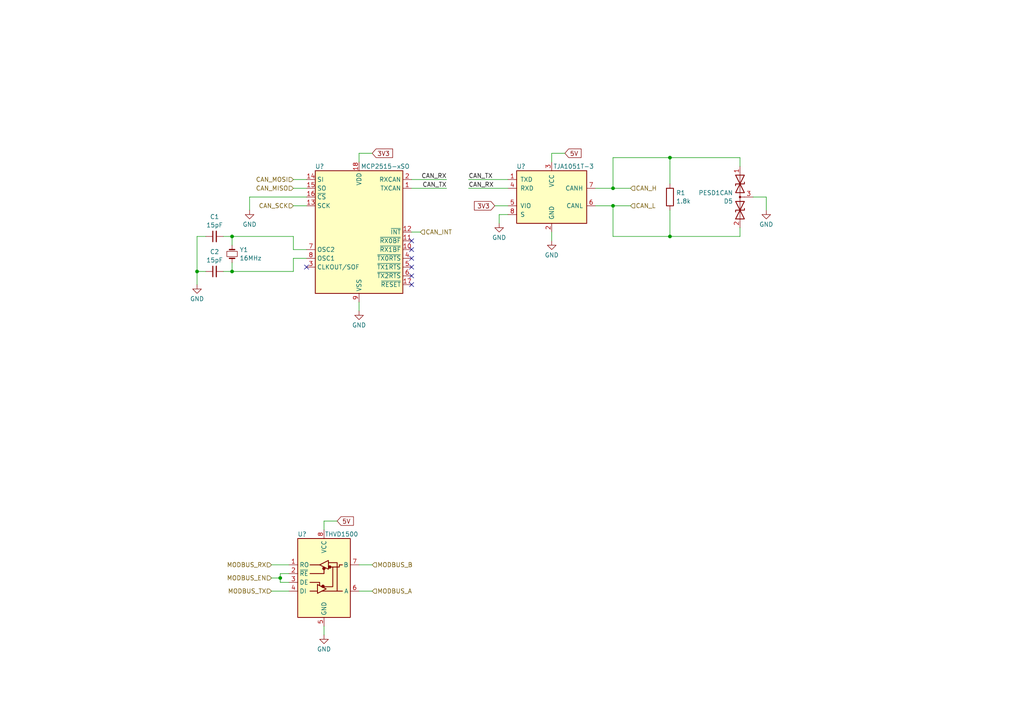
<source format=kicad_sch>
(kicad_sch (version 20230121) (generator eeschema)
  (paper "A4")
  (lib_symbols
    (symbol "Device:C_Small" (pin_numbers hide) (pin_names (offset 0.254) hide)
      (property "Reference" "C" (at 0.254 1.778 0))
      (property "Value" "C_Small" (at 0.254 -2.032 0))
      (symbol "C_Small_0_1"
        (polyline (pts (xy -1.524 -0.508) (xy 1.524 -0.508)) (stroke (width 0.3302)))
        (polyline (pts (xy -1.524 0.508) (xy 1.524 0.508)) (stroke (width 0.3048)))
      )
      (symbol "C_Small_1_1"
        (pin passive line (at 0 2.54 270) (length 2.032) (name "~") (number "1"))
        (pin passive line (at 0 -2.54 90) (length 2.032) (name "~") (number "2"))
      )
    )
    (symbol "Device:Crystal_Small" (pin_numbers hide) (pin_names (offset 1.016) hide)
      (property "Reference" "Y" (at 0 2.54 0))
      (property "Value" "Crystal_Small" (at 0 -2.54 0))
      (symbol "Crystal_Small_0_1"
        (rectangle (start -0.762 -1.524) (end 0.762 1.524))
        (polyline (pts (xy -1.27 -0.762) (xy -1.27 0.762)) (stroke (width 0.381)))
        (polyline (pts (xy 1.27 -0.762) (xy 1.27 0.762)) (stroke (width 0.381)))
      )
      (symbol "Crystal_Small_1_1"
        (pin passive line (at -2.54 0 0) (length 1.27) (name "1") (number "1"))
        (pin passive line (at 2.54 0 180) (length 1.27) (name "2") (number "2"))
      )
    )
    (symbol "Device:D_TVS_Dual_AAC" (pin_names (offset 1.016) hide)
      (property "Reference" "D" (at 0 4.445 0))
      (property "Value" "D_TVS_Dual_AAC" (at 0 2.54 0))
      (symbol "D_TVS_Dual_AAC_0_0"
        (polyline (pts (xy 0 -1.27) (xy 0 0)))
      )
      (symbol "D_TVS_Dual_AAC_0_1"
        (polyline (pts (xy -6.35 0) (xy 6.35 0)))
        (polyline (pts (xy -3.302 1.27) (xy -3.81 1.27) (xy -3.81 -1.27) (xy -4.318 -1.27)) (stroke (width 0.254)))
        (polyline (pts (xy 4.318 1.27) (xy 3.81 1.27) (xy 3.81 -1.27) (xy 3.302 -1.27)) (stroke (width 0.254)))
        (polyline (pts (xy -6.35 1.27) (xy -1.27 -1.27) (xy -1.27 1.27) (xy -6.35 -1.27) (xy -6.35 1.27)) (stroke (width 0.254)))
        (polyline (pts (xy 6.35 1.27) (xy 1.27 -1.27) (xy 1.27 1.27) (xy 6.35 -1.27) (xy 6.35 1.27)) (stroke (width 0.254)))
        (circle (center 0 0) (radius 0.254) (fill (type outline)))
      )
      (symbol "D_TVS_Dual_AAC_1_1"
        (pin passive line (at -8.89 0 0) (length 2.54) (name "A1") (number "1"))
        (pin passive line (at 8.89 0 180) (length 2.54) (name "A2") (number "2"))
        (pin input line (at 0 -3.81 90) (length 2.54) (name "common") (number "3"))
      )
    )
    (symbol "Device:R" (pin_numbers hide) (pin_names (offset 0))
      (property "Reference" "R" (at 2.032 0 90))
      (property "Value" "R" (at 0 0 90))
      (symbol "R_0_1"
        (rectangle (start -1.016 -2.54) (end 1.016 2.54) (stroke (width 0.254)))
      )
      (symbol "R_1_1"
        (pin passive line (at 0 3.81 270) (length 1.27) (name "~") (number "1"))
        (pin passive line (at 0 -3.81 90) (length 1.27) (name "~") (number "2"))
      )
    )
    (symbol "Interface_CAN_LIN:MCP2515-xSO"
      (property "Reference" "U" (at -10.16 19.685 0))
      (property "Value" "MCP2515-xSO" (at 19.05 20.32 0))
      (symbol "MCP2515-xSO_0_1"
        (rectangle (start -12.7 17.78) (end 12.7 -17.78) (stroke (width 0.254)) (fill (type background)))
      )
      (symbol "MCP2515-xSO_1_1"
        (pin output line (at 15.24 12.7 180) (length 2.54) (name "TXCAN") (number "1"))
        (pin output line (at 15.24 -5.08 180) (length 2.54) (name "~{RX1BF}") (number "10"))
        (pin output line (at 15.24 -2.54 180) (length 2.54) (name "~{RX0BF}") (number "11"))
        (pin output line (at 15.24 0 180) (length 2.54) (name "~{INT}") (number "12"))
        (pin input line (at -15.24 7.62 0) (length 2.54) (name "SCK") (number "13"))
        (pin input line (at -15.24 15.24 0) (length 2.54) (name "SI") (number "14"))
        (pin output line (at -15.24 12.7 0) (length 2.54) (name "SO") (number "15"))
        (pin input line (at -15.24 10.16 0) (length 2.54) (name "~{CS}") (number "16"))
        (pin input line (at 15.24 -15.24 180) (length 2.54) (name "~{RESET}") (number "17"))
        (pin power_in line (at 0 20.32 270) (length 2.54) (name "VDD") (number "18"))
        (pin input line (at 15.24 15.24 180) (length 2.54) (name "RXCAN") (number "2"))
        (pin output line (at -15.24 -10.16 0) (length 2.54) (name "CLKOUT/SOF") (number "3"))
        (pin input line (at 15.24 -7.62 180) (length 2.54) (name "~{TX0RTS}") (number "4"))
        (pin input line (at 15.24 -10.16 180) (length 2.54) (name "~{TX1RTS}") (number "5"))
        (pin input line (at 15.24 -12.7 180) (length 2.54) (name "~{TX2RTS}") (number "6"))
        (pin output line (at -15.24 -5.08 0) (length 2.54) (name "OSC2") (number "7"))
        (pin input line (at -15.24 -7.62 0) (length 2.54) (name "OSC1") (number "8"))
        (pin power_in line (at 0 -20.32 90) (length 2.54) (name "VSS") (number "9"))
      )
    )
    (symbol "Interface_CAN_LIN:TJA1051T-3" (pin_names (offset 1.016))
      (property "Reference" "U" (at -10.16 8.89 0))
      (property "Value" "TJA1051T-3" (at 1.27 8.89 0))
      (symbol "TJA1051T-3_0_1"
        (rectangle (start -10.16 7.62) (end 10.16 -7.62) (stroke (width 0.254)) (fill (type background)))
      )
      (symbol "TJA1051T-3_1_1"
        (pin input line (at -12.7 5.08 0) (length 2.54) (name "TXD") (number "1"))
        (pin power_in line (at 0 -10.16 90) (length 2.54) (name "GND") (number "2"))
        (pin power_in line (at 0 10.16 270) (length 2.54) (name "VCC") (number "3"))
        (pin output line (at -12.7 2.54 0) (length 2.54) (name "RXD") (number "4"))
        (pin power_in line (at -12.7 -2.54 0) (length 2.54) (name "VIO") (number "5"))
        (pin bidirectional line (at 12.7 -2.54 180) (length 2.54) (name "CANL") (number "6"))
        (pin bidirectional line (at 12.7 2.54 180) (length 2.54) (name "CANH") (number "7"))
        (pin input line (at -12.7 -5.08 0) (length 2.54) (name "S") (number "8"))
      )
    )
    (symbol "Interface_UART:MAX485E"
      (property "Reference" "U" (at -6.096 11.43 0))
      (property "Value" "MAX485E" (at 0.762 11.43 0))
      (symbol "MAX485E_0_1"
        (rectangle (start -7.62 10.16) (end 7.62 -12.7) (stroke (width 0.254)) (fill (type background)))
        (circle (center -0.3048 -3.683) (radius 0.3556) (stroke (width 0.254)) (fill (type outline)))
        (circle (center -0.0254 1.4986) (radius 0.3556) (stroke (width 0.254)) (fill (type outline)))
        (polyline (pts (xy -4.064 -5.08) (xy -1.905 -5.08)) (stroke (width 0.254)))
        (polyline (pts (xy -4.064 2.54) (xy -1.27 2.54)) (stroke (width 0.254)))
        (polyline (pts (xy -1.27 -3.2004) (xy -1.27 -3.4544)) (stroke (width 0.254)))
        (polyline (pts (xy -0.635 -5.08) (xy 5.334 -5.08)) (stroke (width 0.254)))
        (polyline (pts (xy -4.064 -2.54) (xy -1.27 -2.54) (xy -1.27 -3.175)) (stroke (width 0.254)))
        (polyline (pts (xy 0 1.27) (xy 0 0) (xy -4.064 0)) (stroke (width 0.254)))
        (polyline (pts (xy 1.27 3.175) (xy 3.81 3.175) (xy 3.81 -5.08)) (stroke (width 0.254)))
        (polyline (pts (xy 2.54 1.905) (xy 2.54 -3.81) (xy 0 -3.81)) (stroke (width 0.254)))
        (polyline (pts (xy -1.905 -3.175) (xy -1.905 -5.715) (xy 0.635 -4.445) (xy -1.905 -3.175)) (stroke (width 0.254)))
        (polyline (pts (xy -1.27 2.54) (xy 1.27 3.81) (xy 1.27 1.27) (xy -1.27 2.54)) (stroke (width 0.254)))
        (polyline (pts (xy 1.905 1.905) (xy 4.445 1.905) (xy 4.445 2.54) (xy 5.334 2.54)) (stroke (width 0.254)))
        (rectangle (start 1.27 3.175) (end 1.27 3.175))
        (circle (center 1.651 1.905) (radius 0.3556) (stroke (width 0.254)) (fill (type outline)))
      )
      (symbol "MAX485E_1_1"
        (pin output line (at -10.16 2.54 0) (length 2.54) (name "RO") (number "1"))
        (pin input line (at -10.16 0 0) (length 2.54) (name "~{RE}") (number "2"))
        (pin input line (at -10.16 -2.54 0) (length 2.54) (name "DE") (number "3"))
        (pin input line (at -10.16 -5.08 0) (length 2.54) (name "DI") (number "4"))
        (pin power_in line (at 0 -15.24 90) (length 2.54) (name "GND") (number "5"))
        (pin bidirectional line (at 10.16 -5.08 180) (length 2.54) (name "A") (number "6"))
        (pin bidirectional line (at 10.16 2.54 180) (length 2.54) (name "B") (number "7"))
        (pin power_in line (at 0 12.7 270) (length 2.54) (name "VCC") (number "8"))
      )
    )
    (symbol "power:GND" (power) (pin_names (offset 0))
      (property "Value" "GND" (at 0 -3.81 0))
      (symbol "GND_0_1"
        (polyline (pts (xy 0 0) (xy 0 -1.27) (xy 1.27 -1.27) (xy 0 -2.54) (xy -1.27 -1.27) (xy 0 -1.27)))
      )
      (symbol "GND_1_1"
        (pin power_in line (at 0 0 270) (length 0) hide (name "GND") (number "1"))
      )
    )
  )
  (junction (at 177.8 54.61))
  (junction (at 194.31 68.58))
  (junction (at 194.31 45.72))
  (junction (at 67.31 68.58))
  (junction (at 177.8 59.69))
  (junction (at 81.28 167.64))
  (junction (at 57.15 78.74))
  (junction (at 67.31 78.74))
  (no_connect (at 88.9 77.47))
  (no_connect (at 119.38 72.39))
  (no_connect (at 119.38 77.47))
  (no_connect (at 119.38 80.01))
  (no_connect (at 119.38 82.55))
  (no_connect (at 119.38 69.85))
  (no_connect (at 119.38 74.93))
  (wire (pts (xy 88.9 59.69) (xy 85.09 59.69)))
  (wire (pts (xy 78.74 163.83) (xy 83.82 163.83)))
  (wire (pts (xy 67.31 76.2) (xy 67.31 78.74)))
  (wire (pts (xy 214.63 68.58) (xy 214.63 66.04)))
  (wire (pts (xy 85.09 68.58) (xy 85.09 72.39)))
  (wire (pts (xy 119.38 52.07) (xy 129.54 52.07)))
  (wire (pts (xy 194.31 60.96) (xy 194.31 68.58)))
  (wire (pts (xy 218.44 57.15) (xy 222.25 57.15)))
  (wire (pts (xy 143.51 59.69) (xy 147.32 59.69)))
  (wire (pts (xy 93.98 181.61) (xy 93.98 184.15)))
  (wire (pts (xy 81.28 167.64) (xy 78.74 167.64)))
  (wire (pts (xy 59.69 68.58) (xy 57.15 68.58)))
  (wire (pts (xy 177.8 59.69) (xy 182.88 59.69)))
  (wire (pts (xy 160.02 44.45) (xy 163.83 44.45)))
  (wire (pts (xy 57.15 68.58) (xy 57.15 78.74)))
  (wire (pts (xy 64.77 78.74) (xy 67.31 78.74)))
  (wire (pts (xy 93.98 151.13) (xy 93.98 153.67)))
  (wire (pts (xy 119.38 67.31) (xy 121.92 67.31)))
  (wire (pts (xy 144.78 62.23) (xy 144.78 64.77)))
  (wire (pts (xy 88.9 54.61) (xy 85.09 54.61)))
  (wire (pts (xy 78.74 171.45) (xy 83.82 171.45)))
  (wire (pts (xy 172.72 54.61) (xy 177.8 54.61)))
  (wire (pts (xy 172.72 59.69) (xy 177.8 59.69)))
  (wire (pts (xy 81.28 168.91) (xy 81.28 167.64)))
  (wire (pts (xy 59.69 78.74) (xy 57.15 78.74)))
  (wire (pts (xy 104.14 171.45) (xy 107.95 171.45)))
  (wire (pts (xy 160.02 46.99) (xy 160.02 44.45)))
  (wire (pts (xy 67.31 68.58) (xy 85.09 68.58)))
  (wire (pts (xy 177.8 45.72) (xy 194.31 45.72)))
  (wire (pts (xy 83.82 166.37) (xy 81.28 166.37)))
  (wire (pts (xy 85.09 78.74) (xy 85.09 74.93)))
  (wire (pts (xy 222.25 57.15) (xy 222.25 60.96)))
  (wire (pts (xy 177.8 45.72) (xy 177.8 54.61)))
  (wire (pts (xy 85.09 74.93) (xy 88.9 74.93)))
  (wire (pts (xy 67.31 78.74) (xy 85.09 78.74)))
  (wire (pts (xy 194.31 45.72) (xy 214.63 45.72)))
  (wire (pts (xy 57.15 78.74) (xy 57.15 82.55)))
  (wire (pts (xy 177.8 68.58) (xy 177.8 59.69)))
  (wire (pts (xy 67.31 68.58) (xy 67.31 71.12)))
  (wire (pts (xy 214.63 48.26) (xy 214.63 45.72)))
  (wire (pts (xy 88.9 52.07) (xy 85.09 52.07)))
  (wire (pts (xy 194.31 68.58) (xy 214.63 68.58)))
  (wire (pts (xy 72.39 57.15) (xy 72.39 60.96)))
  (wire (pts (xy 85.09 72.39) (xy 88.9 72.39)))
  (wire (pts (xy 104.14 44.45) (xy 107.95 44.45)))
  (wire (pts (xy 81.28 166.37) (xy 81.28 167.64)))
  (wire (pts (xy 104.14 46.99) (xy 104.14 44.45)))
  (wire (pts (xy 177.8 68.58) (xy 194.31 68.58)))
  (wire (pts (xy 88.9 57.15) (xy 72.39 57.15)))
  (wire (pts (xy 83.82 168.91) (xy 81.28 168.91)))
  (wire (pts (xy 64.77 68.58) (xy 67.31 68.58)))
  (wire (pts (xy 147.32 62.23) (xy 144.78 62.23)))
  (wire (pts (xy 104.14 87.63) (xy 104.14 90.17)))
  (wire (pts (xy 160.02 67.31) (xy 160.02 69.85)))
  (wire (pts (xy 135.89 54.61) (xy 147.32 54.61)))
  (wire (pts (xy 135.89 52.07) (xy 147.32 52.07)))
  (wire (pts (xy 119.38 54.61) (xy 129.54 54.61)))
  (wire (pts (xy 194.31 45.72) (xy 194.31 53.34)))
  (wire (pts (xy 177.8 54.61) (xy 182.88 54.61)))
  (wire (pts (xy 104.14 163.83) (xy 107.95 163.83)))
  (wire (pts (xy 97.79 151.13) (xy 93.98 151.13)))
  (label "CAN_RX" (at 135.89 54.61 0))
  (label "CAN_TX" (at 135.89 52.07 0))
  (label "CAN_TX" (at 129.54 54.61 180))
  (label "CAN_RX" (at 129.54 52.07 180))
  (global_label "5V" (shape input) (at 163.83 44.45 0) (property "Intersheetrefs" "${INTERSHEET_REFS}" (effects hide)))
  (global_label "3V3" (shape input) (at 107.95 44.45 0) (property "Intersheetrefs" "${INTERSHEET_REFS}" (effects hide)))
  (global_label "5V" (shape input) (at 97.79 151.13 0) (property "Intersheetrefs" "${INTERSHEET_REFS}" (effects hide)))
  (global_label "3V3" (shape input) (at 143.51 59.69 180) (property "Intersheetrefs" "${INTERSHEET_REFS}" (effects hide)))
  (hierarchical_label "CAN_MISO" (shape input) (at 85.09 54.61 180))
  (hierarchical_label "CAN_L" (shape input) (at 182.88 59.69 0))
  (hierarchical_label "CAN_MOSI" (shape input) (at 85.09 52.07 180))
  (hierarchical_label "MODBUS_TX" (shape input) (at 78.74 171.45 180))
  (hierarchical_label "MODBUS_RX" (shape input) (at 78.74 163.83 180))
  (hierarchical_label "CAN_H" (shape input) (at 182.88 54.61 0))
  (hierarchical_label "MODBUS_A" (shape input) (at 107.95 171.45 0))
  (hierarchical_label "MODBUS_EN" (shape input) (at 78.74 167.64 180))
  (hierarchical_label "MODBUS_B" (shape input) (at 107.95 163.83 0))
  (hierarchical_label "CAN_SCK" (shape input) (at 85.09 59.69 180))
  (hierarchical_label "CAN_INT" (shape input) (at 121.92 67.31 0))
  (symbol (lib_id "Device:D_TVS_Dual_AAC") (at 214.63 57.15 90) (mirror x) (unit 1)
    (property "Reference" "D5" (at 212.5981 58.3621 90) (effects (justify left)))
    (property "Value" "PESD1CAN" (at 212.5981 55.9379 90) (effects (justify left)))
    (property "Footprint" "Package_TO_SOT_SMD:SOT-323_SC-70_Handsoldering" (effects hide))
    (property "DigiKey P/N" "1727-1306-1-ND" (effects hide))
  )
  (symbol (lib_id "power:GND") (at 144.78 64.77 0) (unit 1)
    (property "Reference" "#PWR013" (effects hide))
    (property "Value" "GND" (at 144.78 68.9031 0))
    (instances (project "io_board" (path "" (reference "#PWR013") (unit 1)) (path "" (reference "#PWR09") (unit 1))))
  )
  (symbol (lib_id "Device:Crystal_Small") (at 67.31 73.66 270) (unit 1)
    (property "Reference" "Y1" (at 69.469 72.4479 90) (effects (justify left)))
    (property "Value" "16MHz" (at 69.469 74.8721 90) (effects (justify left)))
    (property "Footprint" "Crystal:Crystal_HC49-U_Vertical" (effects hide))
    (property "DigiKey P/N" "3155-16M20P2/49US-ND" (effects hide))
  )
  (symbol (lib_id "Interface_CAN_LIN:TJA1051T-3") (at 160.02 57.15 0) (unit 1)
    (property "Reference" "U?" (at 151.13 48.26 0))
    (property "Value" "TJA1051T-3" (at 166.37 48.26 0))
    (property "Footprint" "Package_SO:SOIC-8_3.9x4.9mm_P1.27mm" (effects hide))
    (property "Datasheet" "http://www.nxp.com/documents/data_sheet/TJA1051.pdf" (effects hide))
    (property "DigiKey P/N" "568-13277-1-ND" (effects hide))
    (instances (project "io_board" (path "" (reference "U?") (unit 1)) (path "" (reference "U10") (unit 1))))
  )
  (symbol (lib_id "power:GND") (at 222.25 60.96 0) (unit 1)
    (property "Reference" "#PWR017" (effects hide))
    (property "Value" "GND" (at 222.25 65.0931 0))
    (instances (project "io_board" (path "" (reference "#PWR017") (unit 1)) (path "" (reference "#PWR014") (unit 1))))
  )
  (symbol (lib_id "Interface_UART:MAX485E") (at 93.98 166.37 0) (unit 1)
    (property "Reference" "U?" (at 87.63 154.94 0))
    (property "Value" "THVD1500" (at 99.06 154.94 0))
    (property "Footprint" "Package_SO:SOIC-8_3.9x4.9mm_P1.27mm" (effects hide))
    (property "Datasheet" "https://datasheets.maximintegrated.com/en/ds/MAX1487E-MAX491E.pdf" (effects hide))
    (property "DigiKey P/N" "296-48170-1-ND" (effects hide))
    (instances (project "io_board" (path "" (reference "U?") (unit 1)) (path "" (reference "U11") (unit 1))))
  )
  (symbol (lib_id "power:GND") (at 57.15 82.55 0) (unit 1)
    (property "Reference" "#PWR08" (effects hide))
    (property "Value" "GND" (at 57.15 86.6831 0))
    (instances (project "io_board" (path "" (reference "#PWR08") (unit 1)) (path "" (reference "#PWR06") (unit 1))))
  )
  (symbol (lib_id "Device:R") (at 194.31 57.15 0) (unit 1)
    (property "Reference" "R1" (at 196.088 55.9379 0) (effects (justify left)))
    (property "Value" "1.8k" (at 196.088 58.3621 0) (effects (justify left)))
    (property "Footprint" "Resistor_SMD:R_0603_1608Metric_Pad0.98x0.95mm_HandSolder" (effects hide))
  )
  (symbol (lib_id "power:GND") (at 93.98 184.15 0) (unit 1)
    (property "Reference" "#PWR017" (effects hide))
    (property "Value" "GND" (at 93.98 188.2831 0))
  )
  (symbol (lib_id "Device:C_Small") (at 62.23 78.74 90) (unit 1)
    (property "Reference" "C2" (at 62.2363 73.0336 90))
    (property "Value" "15pF" (at 62.2363 75.4578 90))
    (property "Footprint" "Capacitor_SMD:C_0402_1005Metric_Pad0.74x0.62mm_HandSolder" (effects hide))
  )
  (symbol (lib_id "Interface_CAN_LIN:MCP2515-xSO") (at 104.14 67.31 0) (unit 1)
    (property "Reference" "U?" (at 92.71 48.26 0))
    (property "Value" "MCP2515-xSO" (at 111.76 48.26 0))
    (property "Footprint" "Package_SO:SOIC-18W_7.5x11.6mm_P1.27mm" (effects hide))
    (property "Datasheet" "http://ww1.microchip.com/downloads/en/DeviceDoc/21801e.pdf" (effects hide))
    (property "DigiKey P/N" "MCP2515T-I/SOCT-ND" (effects hide))
    (instances (project "io_board" (path "" (reference "U?") (unit 1)) (path "" (reference "U9") (unit 1))))
  )
  (symbol (lib_id "power:GND") (at 160.02 69.85 0) (unit 1)
    (property "Reference" "#PWR09" (effects hide))
    (property "Value" "GND" (at 160.02 73.9831 0))
    (instances (project "io_board" (path "" (reference "#PWR09") (unit 1)) (path "" (reference "#PWR013") (unit 1))))
  )
  (symbol (lib_id "power:GND") (at 72.39 60.96 0) (unit 1)
    (property "Reference" "#PWR06" (effects hide))
    (property "Value" "GND" (at 72.39 65.0931 0))
    (instances (project "io_board" (path "" (reference "#PWR06") (unit 1)) (path "" (reference "#PWR07") (unit 1))))
  )
  (symbol (lib_id "Device:C_Small") (at 62.23 68.58 90) (unit 1)
    (property "Reference" "C1" (at 62.2363 62.8736 90))
    (property "Value" "15pF" (at 62.2363 65.2978 90))
    (property "Footprint" "Capacitor_SMD:C_0402_1005Metric_Pad0.74x0.62mm_HandSolder" (effects hide))
  )
  (symbol (lib_id "power:GND") (at 104.14 90.17 0) (unit 1)
    (property "Reference" "#PWR07" (effects hide))
    (property "Value" "GND" (at 104.14 94.3031 0))
    (instances (project "io_board" (path "" (reference "#PWR07") (unit 1)) (path "" (reference "#PWR08") (unit 1))))
  )
)
</source>
